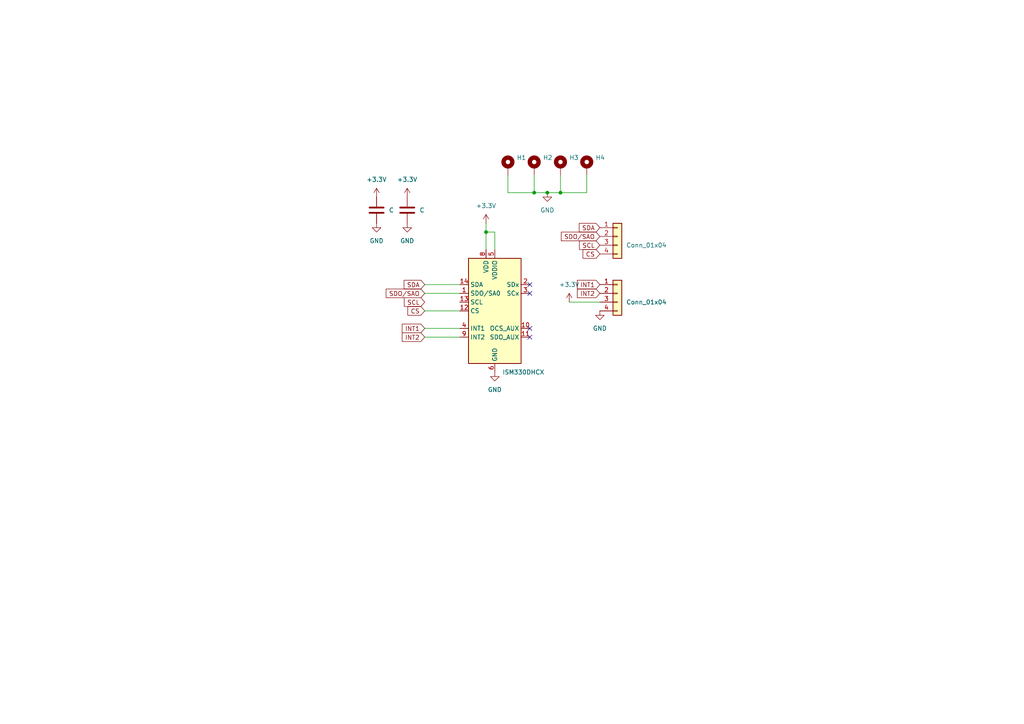
<source format=kicad_sch>
(kicad_sch (version 20231120) (generator "eeschema") (generator_version "8.0")
  (paper "A4")
  (lib_symbols
    (symbol "Connector_Generic:Conn_01x04" (pin_names (offset 1.016) hide)
      (property "Reference" "J" (at 0 5.08 0))
      (property "Value" "Conn_01x04" (at 0 -7.62 0))
      (symbol "Conn_01x04_1_1"
        (rectangle (start -1.27 -4.953) (end 0 -5.207) (stroke (width 0.1524)))
        (rectangle (start -1.27 -2.413) (end 0 -2.667) (stroke (width 0.1524)))
        (rectangle (start -1.27 0.127) (end 0 -0.127) (stroke (width 0.1524)))
        (rectangle (start -1.27 2.667) (end 0 2.413) (stroke (width 0.1524)))
        (rectangle (start -1.27 3.81) (end 1.27 -6.35) (stroke (width 0.254)) (fill (type background)))
        (pin passive line (at -5.08 2.54 0) (length 3.81) (name "Pin_1") (number "1"))
        (pin passive line (at -5.08 0 0) (length 3.81) (name "Pin_2") (number "2"))
        (pin passive line (at -5.08 -2.54 0) (length 3.81) (name "Pin_3") (number "3"))
        (pin passive line (at -5.08 -5.08 0) (length 3.81) (name "Pin_4") (number "4"))
      )
    )
    (symbol "Device:C" (pin_numbers hide) (pin_names (offset 0.254))
      (property "Reference" "C" (at 0.635 2.54 0))
      (property "Value" "C" (at 0.635 -2.54 0))
      (symbol "C_0_1"
        (polyline (pts (xy -2.032 -0.762) (xy 2.032 -0.762)) (stroke (width 0.508)))
        (polyline (pts (xy -2.032 0.762) (xy 2.032 0.762)) (stroke (width 0.508)))
      )
      (symbol "C_1_1"
        (pin passive line (at 0 3.81 270) (length 2.794) (name "~") (number "1"))
        (pin passive line (at 0 -3.81 90) (length 2.794) (name "~") (number "2"))
      )
    )
    (symbol "Mechanical:MountingHole_Pad" (pin_numbers hide) (pin_names (offset 1.016) hide) (exclude_from_sim yes) (in_bom no)
      (property "Reference" "H" (at 0 6.35 0))
      (property "Value" "MountingHole_Pad" (at 0 4.445 0))
      (symbol "MountingHole_Pad_0_1"
        (circle (center 0 1.27) (radius 1.27) (stroke (width 1.27)))
      )
      (symbol "MountingHole_Pad_1_1"
        (pin input line (at 0 -2.54 90) (length 2.54) (name "1") (number "1"))
      )
    )
    (symbol "Sensor_Motion:ISM330DHCX"
      (property "Reference" "U" (at 5.842 -16.51 0))
      (property "Value" "ISM330DHCX" (at 5.842 -18.542 0))
      (symbol "ISM330DHCX_0_1"
        (rectangle (start -7.62 15.24) (end 7.62 -15.24) (stroke (width 0.254)) (fill (type background)))
      )
      (symbol "ISM330DHCX_1_1"
        (pin output line (at -10.16 5.08 0) (length 2.54) (name "SDO/SA0") (number "1"))
        (pin passive line (at 10.16 -5.08 180) (length 2.54) (name "OCS_AUX") (number "10"))
        (pin passive line (at 10.16 -7.62 180) (length 2.54) (name "SDO_AUX") (number "11"))
        (pin input line (at -10.16 0 0) (length 2.54) (name "CS") (number "12"))
        (pin input line (at -10.16 2.54 0) (length 2.54) (name "SCL") (number "13"))
        (pin bidirectional line (at -10.16 7.62 0) (length 2.54) (name "SDA") (number "14"))
        (pin bidirectional line (at 10.16 7.62 180) (length 2.54) (name "SDx") (number "2"))
        (pin input line (at 10.16 5.08 180) (length 2.54) (name "SCx") (number "3"))
        (pin output line (at -10.16 -5.08 0) (length 2.54) (name "INT1") (number "4"))
        (pin power_in line (at 0 17.78 270) (length 2.54) (name "VDDIO") (number "5"))
        (pin power_in line (at 0 -17.78 90) (length 2.54) (name "GND") (number "6"))
        (pin passive line (at 0 -17.78 90) (length 2.54) hide (name "GND") (number "7"))
        (pin power_in line (at -2.54 17.78 270) (length 2.54) (name "VDD") (number "8"))
        (pin output line (at -10.16 -7.62 0) (length 2.54) (name "INT2") (number "9"))
      )
    )
    (symbol "power:+3.3V" (power) (pin_numbers hide) (pin_names (offset 0) hide)
      (property "Value" "+3.3V" (at 0 3.556 0))
      (symbol "+3.3V_0_1"
        (polyline (pts (xy -0.762 1.27) (xy 0 2.54)))
        (polyline (pts (xy 0 0) (xy 0 2.54)))
        (polyline (pts (xy 0 2.54) (xy 0.762 1.27)))
      )
      (symbol "+3.3V_1_1"
        (pin power_in line (at 0 0 90) (length 0) (name "~") (number "1"))
      )
    )
    (symbol "power:GND" (power) (pin_numbers hide) (pin_names (offset 0) hide)
      (property "Value" "GND" (at 0 -3.81 0))
      (symbol "GND_0_1"
        (polyline (pts (xy 0 0) (xy 0 -1.27) (xy 1.27 -1.27) (xy 0 -2.54) (xy -1.27 -1.27) (xy 0 -1.27)))
      )
      (symbol "GND_1_1"
        (pin power_in line (at 0 0 270) (length 0) (name "~") (number "1"))
      )
    )
  )
  (junction (at 158.75 55.88))
  (junction (at 140.97 67.31))
  (junction (at 162.56 55.88))
  (junction (at 154.94 55.88))
  (no_connect (at 153.67 95.25))
  (no_connect (at 153.67 97.79))
  (no_connect (at 153.67 82.55))
  (no_connect (at 153.67 85.09))
  (wire (pts (xy 165.1 87.63) (xy 173.99 87.63)))
  (wire (pts (xy 154.94 50.8) (xy 154.94 55.88)))
  (wire (pts (xy 123.19 85.09) (xy 133.35 85.09)))
  (wire (pts (xy 154.94 55.88) (xy 147.32 55.88)))
  (wire (pts (xy 123.19 97.79) (xy 133.35 97.79)))
  (wire (pts (xy 162.56 55.88) (xy 158.75 55.88)))
  (wire (pts (xy 143.51 72.39) (xy 143.51 67.31)))
  (wire (pts (xy 170.18 50.8) (xy 170.18 55.88)))
  (wire (pts (xy 158.75 55.88) (xy 154.94 55.88)))
  (wire (pts (xy 123.19 82.55) (xy 133.35 82.55)))
  (wire (pts (xy 140.97 64.77) (xy 140.97 67.31)))
  (wire (pts (xy 143.51 67.31) (xy 140.97 67.31)))
  (wire (pts (xy 162.56 50.8) (xy 162.56 55.88)))
  (wire (pts (xy 123.19 90.17) (xy 133.35 90.17)))
  (wire (pts (xy 123.19 95.25) (xy 133.35 95.25)))
  (wire (pts (xy 170.18 55.88) (xy 162.56 55.88)))
  (wire (pts (xy 140.97 67.31) (xy 140.97 72.39)))
  (wire (pts (xy 147.32 55.88) (xy 147.32 50.8)))
  (global_label "INT1" (shape input) (at 123.19 95.25 180) (property "Intersheetrefs" "${INTERSHEET_REFS}" (effects (hide yes))))
  (global_label "INT2" (shape input) (at 123.19 97.79 180) (property "Intersheetrefs" "${INTERSHEET_REFS}" (effects (hide yes))))
  (global_label "SDO{slash}SAO" (shape input) (at 123.19 85.09 180) (property "Intersheetrefs" "${INTERSHEET_REFS}" (effects (hide yes))))
  (global_label "SDO{slash}SAO" (shape input) (at 173.99 68.58 180) (property "Intersheetrefs" "${INTERSHEET_REFS}" (effects (hide yes))))
  (global_label "SCL" (shape input) (at 173.99 71.12 180) (property "Intersheetrefs" "${INTERSHEET_REFS}" (effects (hide yes))))
  (global_label "SDA" (shape input) (at 173.99 66.04 180) (property "Intersheetrefs" "${INTERSHEET_REFS}" (effects (hide yes))))
  (global_label "INT2" (shape input) (at 173.99 85.09 180) (property "Intersheetrefs" "${INTERSHEET_REFS}" (effects (hide yes))))
  (global_label "INT1" (shape input) (at 173.99 82.55 180) (property "Intersheetrefs" "${INTERSHEET_REFS}" (effects (hide yes))))
  (global_label "CS" (shape input) (at 123.19 90.17 180) (property "Intersheetrefs" "${INTERSHEET_REFS}" (effects (hide yes))))
  (global_label "SCL" (shape input) (at 123.19 87.63 180) (property "Intersheetrefs" "${INTERSHEET_REFS}" (effects (hide yes))))
  (global_label "SDA" (shape input) (at 123.19 82.55 180) (property "Intersheetrefs" "${INTERSHEET_REFS}" (effects (hide yes))))
  (global_label "CS" (shape input) (at 173.99 73.66 180) (property "Intersheetrefs" "${INTERSHEET_REFS}" (effects (hide yes))))
  (symbol (lib_id "Device:C") (at 109.22 60.96 0) (unit 1)
    (property "Reference" "C2" (effects (hide yes)))
    (property "Value" "C" (at 112.776 60.96 0) (effects (justify left)))
    (property "Footprint" "Capacitor_SMD:C_0603_1608Metric" (effects (hide yes)))
    (property "Description" "Unpolarized capacitor" (effects (hide yes)))
  )
  (symbol (lib_id "power:+3.3V") (at 118.11 57.15 0) (unit 1)
    (property "Reference" "#PWR05" (effects (hide yes)))
    (property "Value" "+3.3V" (at 118.11 52.07 0))
    (property "Description" "Power symbol creates a global label with name \"+3.3V\"" (effects (hide yes)))
  )
  (symbol (lib_id "Device:C") (at 118.11 60.96 0) (unit 1)
    (property "Reference" "C1" (effects (hide yes)))
    (property "Value" "C" (at 121.666 60.96 0) (effects (justify left)))
    (property "Footprint" "Capacitor_SMD:C_0603_1608Metric" (effects (hide yes)))
    (property "Description" "Unpolarized capacitor" (effects (hide yes)))
  )
  (symbol (lib_id "power:+3.3V") (at 165.1 87.63 0) (unit 1)
    (property "Reference" "#PWR03" (effects (hide yes)))
    (property "Value" "+3.3V" (at 165.1 82.55 0))
    (property "Description" "Power symbol creates a global label with name \"+3.3V\"" (effects (hide yes)))
  )
  (symbol (lib_id "Mechanical:MountingHole_Pad") (at 154.94 48.26 0) (unit 1) (exclude_from_sim yes) (in_bom no)
    (property "Reference" "H2" (at 157.48 45.7199 0) (effects (justify left)))
    (property "Value" "MountingHole_Pad" (effects (hide yes)))
    (property "Footprint" "MountingHole:MountingHole_2.2mm_M2" (effects (hide yes)))
    (property "Description" "Mounting Hole with connection" (effects (hide yes)))
  )
  (symbol (lib_id "Mechanical:MountingHole_Pad") (at 170.18 48.26 0) (unit 1) (exclude_from_sim yes) (in_bom no)
    (property "Reference" "H4" (at 172.72 45.7199 0) (effects (justify left)))
    (property "Value" "MountingHole_Pad" (effects (hide yes)))
    (property "Footprint" "MountingHole:MountingHole_2.2mm_M2" (effects (hide yes)))
    (property "Description" "Mounting Hole with connection" (effects (hide yes)))
  )
  (symbol (lib_id "Mechanical:MountingHole_Pad") (at 162.56 48.26 0) (unit 1) (exclude_from_sim yes) (in_bom no)
    (property "Reference" "H3" (at 165.1 45.7199 0) (effects (justify left)))
    (property "Value" "MountingHole_Pad" (effects (hide yes)))
    (property "Footprint" "MountingHole:MountingHole_2.2mm_M2" (effects (hide yes)))
    (property "Description" "Mounting Hole with connection" (effects (hide yes)))
  )
  (symbol (lib_id "power:GND") (at 143.51 107.95 0) (unit 1)
    (property "Reference" "#PWR02" (effects (hide yes)))
    (property "Value" "GND" (at 143.51 113.03 0))
    (property "Description" "Power symbol creates a global label with name \"GND\" , ground" (effects (hide yes)))
  )
  (symbol (lib_id "Sensor_Motion:ISM330DHCX") (at 143.51 90.17 0) (unit 1)
    (property "Reference" "U1" (effects (hide yes)))
    (property "Value" "ISM330DHCX" (at 145.7041 107.95 0) (effects (justify left)))
    (property "Footprint" "Package_LGA:LGA-14_3x2.5mm_P0.5mm_LayoutBorder3x4y" (effects (hide yes)))
    (property "Datasheet" "https://www.st.com/resource/en/datasheet/ism330dhcx.pdf" (effects (hide yes)))
    (property "Description" "iNEMO inertial module with embedded Machine Learning Core: always-on 3D accelerometer and 3D gyroscope with digital output for industrial applications, LGA-14" (effects (hide yes)))
  )
  (symbol (lib_id "power:GND") (at 109.22 64.77 0) (unit 1)
    (property "Reference" "#PWR08" (effects (hide yes)))
    (property "Value" "GND" (at 109.22 69.85 0))
    (property "Description" "Power symbol creates a global label with name \"GND\" , ground" (effects (hide yes)))
  )
  (symbol (lib_id "Connector_Generic:Conn_01x04") (at 179.07 68.58 0) (unit 1)
    (property "Reference" "J1" (effects (hide yes)))
    (property "Value" "Conn_01x04" (at 181.61 71.1199 0) (effects (justify left)))
    (property "Footprint" "Connector:FanPinHeader_1x04_P2.54mm_Vertical" (effects (hide yes)))
    (property "Description" "Generic connector, single row, 01x04, script generated (kicad-library-utils/schlib/autogen/connector/)" (effects (hide yes)))
  )
  (symbol (lib_id "Connector_Generic:Conn_01x04") (at 179.07 85.09 0) (unit 1)
    (property "Reference" "J2" (effects (hide yes)))
    (property "Value" "Conn_01x04" (at 181.61 87.6299 0) (effects (justify left)))
    (property "Footprint" "Connector:FanPinHeader_1x04_P2.54mm_Vertical" (effects (hide yes)))
    (property "Description" "Generic connector, single row, 01x04, script generated (kicad-library-utils/schlib/autogen/connector/)" (effects (hide yes)))
  )
  (symbol (lib_id "power:+3.3V") (at 109.22 57.15 0) (unit 1)
    (property "Reference" "#PWR07" (effects (hide yes)))
    (property "Value" "+3.3V" (at 109.22 52.07 0))
    (property "Description" "Power symbol creates a global label with name \"+3.3V\"" (effects (hide yes)))
  )
  (symbol (lib_id "power:GND") (at 118.11 64.77 0) (unit 1)
    (property "Reference" "#PWR06" (effects (hide yes)))
    (property "Value" "GND" (at 118.11 69.85 0))
    (property "Description" "Power symbol creates a global label with name \"GND\" , ground" (effects (hide yes)))
  )
  (symbol (lib_id "Mechanical:MountingHole_Pad") (at 147.32 48.26 0) (unit 1) (exclude_from_sim yes) (in_bom no)
    (property "Reference" "H1" (at 149.86 45.7199 0) (effects (justify left)))
    (property "Value" "MountingHole_Pad" (effects (hide yes)))
    (property "Footprint" "MountingHole:MountingHole_2.2mm_M2" (effects (hide yes)))
    (property "Description" "Mounting Hole with connection" (effects (hide yes)))
  )
  (symbol (lib_id "power:GND") (at 173.99 90.17 0) (unit 1)
    (property "Reference" "#PWR04" (effects (hide yes)))
    (property "Value" "GND" (at 173.99 95.25 0))
    (property "Description" "Power symbol creates a global label with name \"GND\" , ground" (effects (hide yes)))
  )
  (symbol (lib_id "power:+3.3V") (at 140.97 64.77 0) (unit 1)
    (property "Reference" "#PWR01" (effects (hide yes)))
    (property "Value" "+3.3V" (at 140.97 59.69 0))
    (property "Description" "Power symbol creates a global label with name \"+3.3V\"" (effects (hide yes)))
  )
  (symbol (lib_id "power:GND") (at 158.75 55.88 0) (unit 1)
    (property "Reference" "#PWR09" (effects (hide yes)))
    (property "Value" "GND" (at 158.75 60.96 0))
    (property "Description" "Power symbol creates a global label with name \"GND\" , ground" (effects (hide yes)))
  )
)
</source>
